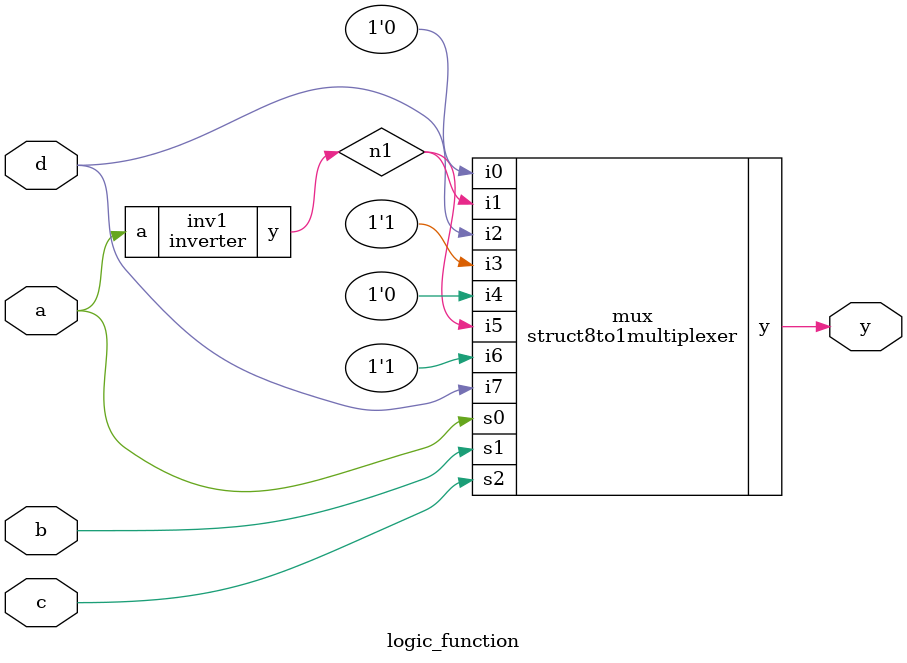
<source format=sv>
module ttfdecoder(input logic i1,i2, 
output logic o1,o2,o3,o4

    );
    
    assign o1 = i1 & i2;
    assign o2 = i1 & ~i2;
    assign o3 = ~i1 & i2;
    assign o4 = ~i1 & ~i2;
endmodule

module ttfdecoder_tb();
    logic i1,i2,o1,o2,o3,o4;
    ttfdecoder dut(i1,i2,o1,o2,o3,o4);
    initial begin
        i1 = 0; i2=0; #10;
        i1 = 0; i2 = 1; #10;
        i1 = 1; i2 = 0; #10;
        i1= 1; i2=1; #10;
    end
endmodule

module tto1multiplexer (input logic i1,i2,S, output logic y);
always@*
    if (S)
        y = i1;
    else
        y = i2;
endmodule


module struct4to1multiplexer(input logic i1,i2,i3,i4,s0,s1,output logic y);
    logic n1,n2;
    ttomultiplexer mux1(i1,i2,s0, n1);
    ttomultiplexer mux2(i3,i4,s0,n2);
    ttomultiplexer mux3(n1,n2,s1,y);
endmodule


module struct4to1multiplexer_tb();
    logic s0,s1,i1,i2,i3,i4,y;
    struct4to1multiplexer dut(i1,i2,i3,i4,s0,s1,y);
    initial begin 
        s0 = 0; s1=0; 
        i1=0;i2=0;i3=0;i4=0; #10;
        i1=0;i2=0;i3=0;i4=1; #10;
        i1=0;i2=0;i3=1;i4=0; #10;
        i1=0;i2=0;i3=1;i4=1; #10;
        i1=0;i2=1;i3=0;i4=0; #10;
        i1=0;i2=1;i3=0;i4=1; #10;
        i1=0;i2=1;i3=1;i4=0; #10;
        i1=0;i2=1;i3=1;i4=1; #10;
        i1=1;i2=0;i3=0;i4=0; #10;
        i1=1;i2=0;i3=0;i4=1; #10;
        i1=1;i2=0;i3=1;i4=0; #10;
        i1=1;i2=0;i3=1;i4=1; #10;
        i1=1;i2=1;i3=0;i4=0; #10;
        i1=1;i2=1;i3=0;i4=1; #10;
        i1=1;i2=1;i3=1;i4=0; #10;
        i1=1;i2=1;i3=1;i4=1; #10;
        
        s0 = 1; s1=0;
        i1=0;i2=0;i3=0;i4=0; #10;
        i1=0;i2=0;i3=0;i4=1; #10;
        i1=0;i2=0;i3=1;i4=0; #10;
        i1=0;i2=0;i3=1;i4=1; #10;
        i1=0;i2=1;i3=0;i4=0; #10;
        i1=0;i2=1;i3=0;i4=1; #10;
        i1=0;i2=1;i3=1;i4=0; #10;
        i1=0;i2=1;i3=1;i4=1; #10;
        i1=1;i2=0;i3=0;i4=0; #10;
        i1=1;i2=0;i3=0;i4=1; #10;
        i1=1;i2=0;i3=1;i4=0; #10;
        i1=1;i2=0;i3=1;i4=1; #10;
        i1=1;i2=1;i3=0;i4=0; #10;
        i1=1;i2=1;i3=0;i4=1; #10;
        i1=1;i2=1;i3=1;i4=0; #10;
        i1=1;i2=1;i3=1;i4=1; #10;
        
        s0=0; s1 = 1;
        i1=0;i2=0;i3=0;i4=0; #10;
        i1=0;i2=0;i3=0;i4=1; #10;
        i1=0;i2=0;i3=1;i4=0; #10;
        i1=0;i2=0;i3=1;i4=1; #10;
        i1=0;i2=1;i3=0;i4=0; #10;
        i1=0;i2=1;i3=0;i4=1; #10;
        i1=0;i2=1;i3=1;i4=0; #10;
        i1=0;i2=1;i3=1;i4=1; #10;
        i1=1;i2=0;i3=0;i4=0; #10;
        i1=1;i2=0;i3=0;i4=1; #10;
        i1=1;i2=0;i3=1;i4=0; #10;
        i1=1;i2=0;i3=1;i4=1; #10;
        i1=1;i2=1;i3=0;i4=0; #10;
        i1=1;i2=1;i3=0;i4=1; #10;
        i1=1;i2=1;i3=1;i4=0; #10;
        i1=1;i2=1;i3=1;i4=1; #10;

        s0=1;s1=1;
        i1=0;i2=0;i3=0;i4=0; #10;
        i1=0;i2=0;i3=0;i4=1; #10;
        i1=0;i2=0;i3=1;i4=0; #10;
        i1=0;i2=0;i3=1;i4=1; #10;
        i1=0;i2=1;i3=0;i4=0; #10;
        i1=0;i2=1;i3=0;i4=1; #10;
        i1=0;i2=1;i3=1;i4=0; #10;
        i1=0;i2=1;i3=1;i4=1; #10;
        i1=1;i2=0;i3=0;i4=0; #10;
        i1=1;i2=0;i3=0;i4=1; #10;
        i1=1;i2=0;i3=1;i4=0; #10;
        i1=1;i2=0;i3=1;i4=1; #10;
        i1=1;i2=1;i3=0;i4=0; #10;
        i1=1;i2=1;i3=0;i4=1; #10;
        i1=1;i2=1;i3=1;i4=0; #10;
        i1=1;i2=1;i3=1;i4=1; #10;
      end
endmodule

module and2(input logic a,b, output logic y);
    assign y = a & b;
endmodule

module inverter(input logic a, output logic y);
    assign y = ~a;
endmodule

module or2(input logic a,b, output logic y);
    assign y = a | b;
endmodule


module struct8to1multiplexer(input logic i0,i1,i2,i3,i4,i5,i6,i7,s0,s1,s2,output logic y);

    logic n1,n2,n3,n4,n5;
    struct4to1multiplexer mux1(i0,i1,i2,i3,s0,s1,n1);
    struct4to1multiplexer mux2(i4,i5,i6,i7,s0,s1,n2);
    inverter inverter1(s2,n3);
    and2 def1(n1,n3,n4);
    and2 def2(s2,n2,n5);
    or2 def3(n4,n5,y);
endmodule

module logic_function(input logic a,b,c,d, output logic y);
    logic n1;
    inverter inv1(a,n1);
    struct8to1multiplexer mux(0,n1,d,1,0,n1,1,d,a,b,c,y);
endmodule

</source>
